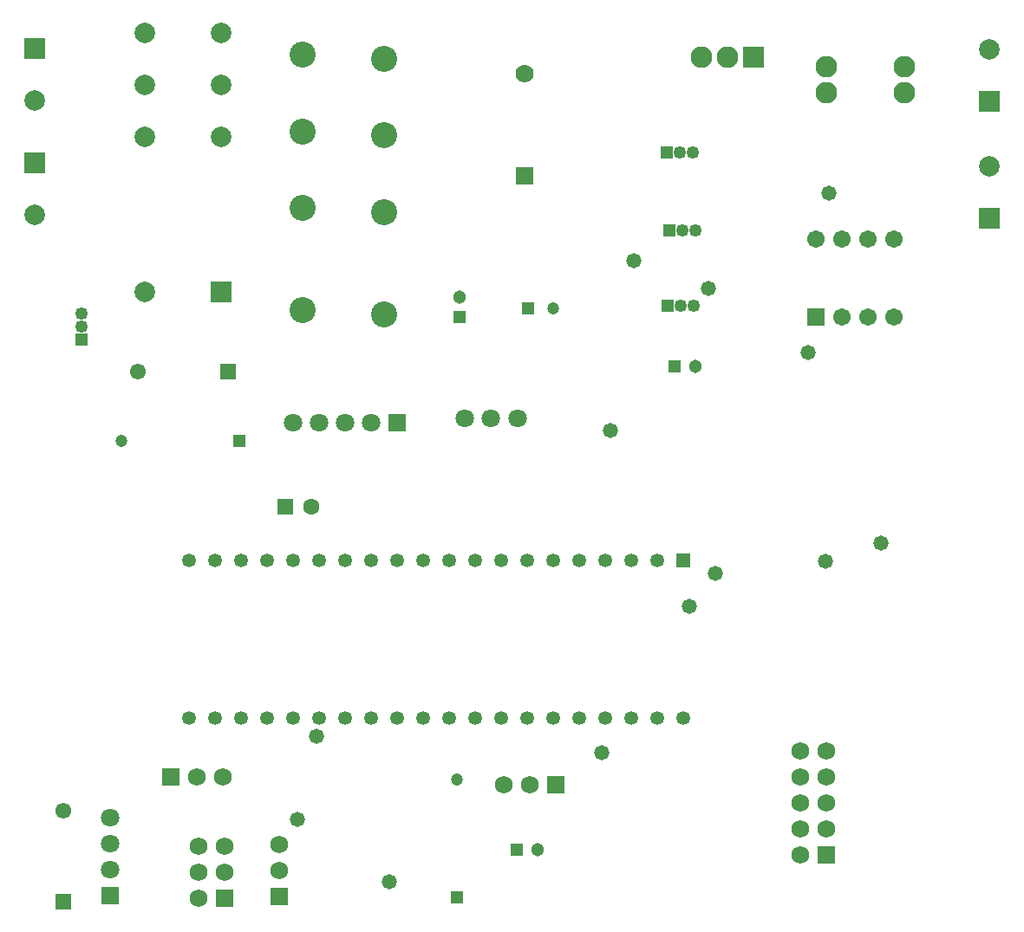
<source format=gbs>
G04*
G04 #@! TF.GenerationSoftware,Altium Limited,Altium Designer,23.0.1 (38)*
G04*
G04 Layer_Color=16711935*
%FSLAX44Y44*%
%MOMM*%
G71*
G04*
G04 #@! TF.SameCoordinates,110CD8AD-1924-4517-BBA5-4E1113904411*
G04*
G04*
G04 #@! TF.FilePolarity,Negative*
G04*
G01*
G75*
%ADD21C,2.0032*%
%ADD22R,2.0032X2.0032*%
%ADD23C,1.7032*%
%ADD24R,1.7032X1.7032*%
%ADD25R,1.3032X1.3032*%
%ADD26C,1.3032*%
%ADD27C,1.7780*%
%ADD28R,1.7780X1.7780*%
%ADD29R,2.1232X2.1232*%
%ADD30C,2.1232*%
%ADD31C,2.1082*%
%ADD32R,1.2532X1.2532*%
%ADD33C,1.2532*%
%ADD34R,1.3032X1.3032*%
%ADD35C,1.6032*%
%ADD36R,1.6032X1.6032*%
%ADD37R,1.7532X1.7532*%
%ADD38C,1.7532*%
%ADD39R,1.2532X1.2532*%
%ADD40C,1.8032*%
%ADD41R,1.7532X1.7532*%
%ADD42R,2.0000X2.0000*%
%ADD43C,2.0000*%
%ADD44C,1.2000*%
%ADD45R,1.2000X1.2000*%
%ADD46R,1.2000X1.2000*%
%ADD47R,1.3500X1.3500*%
%ADD48C,1.3500*%
%ADD49R,1.5500X1.5500*%
%ADD50C,1.5500*%
%ADD51R,1.5500X1.5500*%
%ADD52R,1.8032X1.8032*%
%ADD53C,2.5432*%
%ADD54R,1.8032X1.8032*%
%ADD55C,1.4732*%
D21*
X1235710Y1766570D02*
D03*
Y1652270D02*
D03*
X303530Y1605280D02*
D03*
Y1717040D02*
D03*
D22*
X1235710Y1715770D02*
D03*
Y1601470D02*
D03*
X303530Y1656080D02*
D03*
Y1767840D02*
D03*
D23*
X1143000Y1581150D02*
D03*
X1117600D02*
D03*
X1092200D02*
D03*
X1066800D02*
D03*
X1143000Y1504950D02*
D03*
X1117600D02*
D03*
X1092200D02*
D03*
D24*
X1066800D02*
D03*
D25*
X928690Y1456690D02*
D03*
X774700Y984250D02*
D03*
D26*
X948690Y1456690D02*
D03*
X794700Y984250D02*
D03*
X718820Y1524950D02*
D03*
D27*
X782320Y1743456D02*
D03*
D28*
Y1643380D02*
D03*
D29*
X1005840Y1758950D02*
D03*
D30*
X980440D02*
D03*
X955040D02*
D03*
D31*
X1153160Y1750060D02*
D03*
Y1724660D02*
D03*
X1076960D02*
D03*
Y1750060D02*
D03*
D32*
X922020Y1516380D02*
D03*
X923290Y1590040D02*
D03*
X920750Y1666240D02*
D03*
D33*
X934720Y1516380D02*
D03*
X947420D02*
D03*
X935990Y1590040D02*
D03*
X948690D02*
D03*
X933450Y1666240D02*
D03*
X946150D02*
D03*
X349250Y1496060D02*
D03*
Y1508760D02*
D03*
D34*
X718820Y1504950D02*
D03*
D35*
X574040Y1319530D02*
D03*
D36*
X548640D02*
D03*
D37*
X1076960Y979170D02*
D03*
X488950Y937260D02*
D03*
X542290Y938530D02*
D03*
D38*
X1076960Y1004570D02*
D03*
Y1029970D02*
D03*
Y1055370D02*
D03*
Y1080770D02*
D03*
X1051560Y979170D02*
D03*
Y1004570D02*
D03*
Y1029970D02*
D03*
Y1055370D02*
D03*
Y1080770D02*
D03*
X463550Y988060D02*
D03*
Y962660D02*
D03*
X488950Y988060D02*
D03*
Y962660D02*
D03*
X463550Y937260D02*
D03*
X762000Y1047750D02*
D03*
X787400D02*
D03*
X542290Y989330D02*
D03*
Y963930D02*
D03*
X487680Y1055370D02*
D03*
X462280D02*
D03*
D39*
X349250Y1483360D02*
D03*
D40*
X774900Y1405890D02*
D03*
X723900D02*
D03*
X748900D02*
D03*
X377190Y1016000D02*
D03*
Y990600D02*
D03*
Y965200D02*
D03*
X607060Y1402080D02*
D03*
X632460D02*
D03*
X581660D02*
D03*
X556260D02*
D03*
D41*
X812800Y1047750D02*
D03*
X436880Y1055370D02*
D03*
D42*
X485810Y1529500D02*
D03*
D43*
X410810D02*
D03*
X485810Y1732500D02*
D03*
Y1681700D02*
D03*
Y1783300D02*
D03*
X410810D02*
D03*
Y1732500D02*
D03*
Y1681700D02*
D03*
D44*
X810060Y1513840D02*
D03*
X716280Y1053040D02*
D03*
X388410Y1384300D02*
D03*
D45*
X785060Y1513840D02*
D03*
X503130Y1384300D02*
D03*
D46*
X716280Y938320D02*
D03*
D47*
X937260Y1267460D02*
D03*
D48*
X911860D02*
D03*
X886460D02*
D03*
X861060D02*
D03*
X835660D02*
D03*
X810260D02*
D03*
X784860D02*
D03*
X759460D02*
D03*
X734060D02*
D03*
X708660D02*
D03*
X683260D02*
D03*
X657860D02*
D03*
X632460D02*
D03*
X607060D02*
D03*
X581660D02*
D03*
X556260D02*
D03*
X530860D02*
D03*
X505460D02*
D03*
X480060D02*
D03*
X454660D02*
D03*
Y1113155D02*
D03*
X480060D02*
D03*
X505460D02*
D03*
X530860D02*
D03*
X556260D02*
D03*
X581660D02*
D03*
X607060D02*
D03*
X632460D02*
D03*
X657860D02*
D03*
X683260D02*
D03*
X708660D02*
D03*
X734060D02*
D03*
X759460D02*
D03*
X784860D02*
D03*
X810260D02*
D03*
X835660D02*
D03*
X861060D02*
D03*
X886460D02*
D03*
X911860D02*
D03*
X937260D02*
D03*
D49*
X331470Y933500D02*
D03*
D50*
Y1022300D02*
D03*
X403910Y1451610D02*
D03*
D51*
X492710D02*
D03*
D52*
X377190Y939800D02*
D03*
D53*
X645160Y1757750D02*
D03*
Y1682750D02*
D03*
Y1607750D02*
D03*
Y1507750D02*
D03*
X565150Y1761630D02*
D03*
Y1686630D02*
D03*
Y1611630D02*
D03*
Y1511630D02*
D03*
D54*
X657860Y1402080D02*
D03*
D55*
X889000Y1560322D02*
D03*
X1075550Y1266330D02*
D03*
X1059180Y1470660D02*
D03*
X1130300Y1283970D02*
D03*
X579070Y1095502D02*
D03*
X865886Y1393952D02*
D03*
X649580Y953262D02*
D03*
X560070Y1013968D02*
D03*
X943102Y1222248D02*
D03*
X961136Y1533398D02*
D03*
X968248Y1254252D02*
D03*
X857504Y1079246D02*
D03*
X1079382Y1626108D02*
D03*
M02*

</source>
